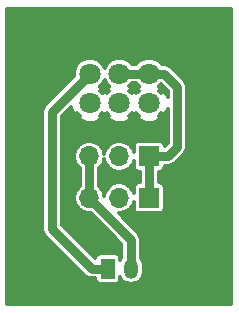
<source format=gtl>
G04 #@! TF.FileFunction,Copper,L1,Top,Signal*
%FSLAX46Y46*%
G04 Gerber Fmt 4.6, Leading zero omitted, Abs format (unit mm)*
G04 Created by KiCad (PCBNEW 4.0.4-1.fc24-product) date Thu Mar  1 10:32:11 2018*
%MOMM*%
%LPD*%
G01*
G04 APERTURE LIST*
%ADD10C,0.100000*%
%ADD11R,1.200000X1.700000*%
%ADD12O,1.200000X1.700000*%
%ADD13R,1.700000X1.700000*%
%ADD14O,1.700000X1.700000*%
%ADD15C,1.800000*%
%ADD16C,0.750000*%
%ADD17C,0.300000*%
G04 APERTURE END LIST*
D10*
D11*
X147000000Y-98500000D03*
D12*
X149000000Y-98500000D03*
D13*
X150540000Y-89000000D03*
D14*
X148000000Y-89000000D03*
X145460000Y-89000000D03*
D13*
X150540000Y-92500000D03*
D14*
X148000000Y-92500000D03*
X145460000Y-92500000D03*
D15*
X150500000Y-82000000D03*
X148000000Y-82000000D03*
X145500000Y-82000000D03*
X150500000Y-84500000D03*
X148000000Y-84500000D03*
X145500000Y-84500000D03*
D16*
X142300000Y-95150000D02*
X142300000Y-85200000D01*
X142300000Y-85200000D02*
X145500000Y-82000000D01*
X147000000Y-98500000D02*
X145650000Y-98500000D01*
X145650000Y-98500000D02*
X142300000Y-95150000D01*
X145460000Y-92500000D02*
X149000000Y-96040000D01*
X149000000Y-96040000D02*
X149000000Y-98500000D01*
X145460000Y-92500000D02*
X145460000Y-89000000D01*
X150500000Y-82000000D02*
X148000000Y-82000000D01*
X150500000Y-82000000D02*
X151772792Y-82000000D01*
X151772792Y-82000000D02*
X152900000Y-83127208D01*
X152900000Y-83127208D02*
X152900000Y-88240000D01*
X152900000Y-88240000D02*
X152140000Y-89000000D01*
X152140000Y-89000000D02*
X150540000Y-89000000D01*
X150540000Y-92500000D02*
X150540000Y-89000000D01*
D17*
G36*
X157475000Y-101475000D02*
X138525000Y-101475000D01*
X138525000Y-85200000D01*
X141475000Y-85200000D01*
X141475000Y-95150000D01*
X141537799Y-95465714D01*
X141716637Y-95733363D01*
X145066637Y-99083363D01*
X145334286Y-99262201D01*
X145650000Y-99325000D01*
X145941184Y-99325000D01*
X145941184Y-99350000D01*
X145972562Y-99516760D01*
X146071117Y-99669919D01*
X146221495Y-99772668D01*
X146400000Y-99808816D01*
X147600000Y-99808816D01*
X147766760Y-99777438D01*
X147919919Y-99678883D01*
X148022668Y-99528505D01*
X148058816Y-99350000D01*
X148058816Y-99220524D01*
X148257538Y-99517931D01*
X148598182Y-99745543D01*
X149000000Y-99825469D01*
X149401818Y-99745543D01*
X149742462Y-99517931D01*
X149970074Y-99177287D01*
X150050000Y-98775469D01*
X150050000Y-98224531D01*
X149970074Y-97822713D01*
X149825000Y-97605595D01*
X149825000Y-96040000D01*
X149762201Y-95724286D01*
X149583363Y-95456637D01*
X147940325Y-93813599D01*
X148000000Y-93825469D01*
X148497488Y-93726512D01*
X148919239Y-93444708D01*
X149201043Y-93022957D01*
X149231184Y-92871429D01*
X149231184Y-93350000D01*
X149262562Y-93516760D01*
X149361117Y-93669919D01*
X149511495Y-93772668D01*
X149690000Y-93808816D01*
X151390000Y-93808816D01*
X151556760Y-93777438D01*
X151709919Y-93678883D01*
X151812668Y-93528505D01*
X151848816Y-93350000D01*
X151848816Y-91650000D01*
X151817438Y-91483240D01*
X151718883Y-91330081D01*
X151568505Y-91227332D01*
X151390000Y-91191184D01*
X151365000Y-91191184D01*
X151365000Y-90308816D01*
X151390000Y-90308816D01*
X151556760Y-90277438D01*
X151709919Y-90178883D01*
X151812668Y-90028505D01*
X151848816Y-89850000D01*
X151848816Y-89825000D01*
X152140000Y-89825000D01*
X152455714Y-89762201D01*
X152723363Y-89583363D01*
X153483363Y-88823363D01*
X153662201Y-88555714D01*
X153725000Y-88240000D01*
X153725000Y-83127208D01*
X153662201Y-82811494D01*
X153483363Y-82543845D01*
X152356155Y-81416637D01*
X152088506Y-81237799D01*
X151772792Y-81175000D01*
X151583964Y-81175000D01*
X151265712Y-80856193D01*
X150769710Y-80650235D01*
X150232647Y-80649766D01*
X149736285Y-80854858D01*
X149415584Y-81175000D01*
X149083964Y-81175000D01*
X148765712Y-80856193D01*
X148269710Y-80650235D01*
X147732647Y-80649766D01*
X147236285Y-80854858D01*
X146856193Y-81234288D01*
X146749993Y-81490045D01*
X146645142Y-81236285D01*
X146265712Y-80856193D01*
X145769710Y-80650235D01*
X145232647Y-80649766D01*
X144736285Y-80854858D01*
X144356193Y-81234288D01*
X144150235Y-81730290D01*
X144149839Y-82183435D01*
X141716637Y-84616637D01*
X141537799Y-84884286D01*
X141475000Y-85200000D01*
X138525000Y-85200000D01*
X138525000Y-76525000D01*
X157475000Y-76525000D01*
X157475000Y-101475000D01*
X157475000Y-101475000D01*
G37*
X157475000Y-101475000D02*
X138525000Y-101475000D01*
X138525000Y-85200000D01*
X141475000Y-85200000D01*
X141475000Y-95150000D01*
X141537799Y-95465714D01*
X141716637Y-95733363D01*
X145066637Y-99083363D01*
X145334286Y-99262201D01*
X145650000Y-99325000D01*
X145941184Y-99325000D01*
X145941184Y-99350000D01*
X145972562Y-99516760D01*
X146071117Y-99669919D01*
X146221495Y-99772668D01*
X146400000Y-99808816D01*
X147600000Y-99808816D01*
X147766760Y-99777438D01*
X147919919Y-99678883D01*
X148022668Y-99528505D01*
X148058816Y-99350000D01*
X148058816Y-99220524D01*
X148257538Y-99517931D01*
X148598182Y-99745543D01*
X149000000Y-99825469D01*
X149401818Y-99745543D01*
X149742462Y-99517931D01*
X149970074Y-99177287D01*
X150050000Y-98775469D01*
X150050000Y-98224531D01*
X149970074Y-97822713D01*
X149825000Y-97605595D01*
X149825000Y-96040000D01*
X149762201Y-95724286D01*
X149583363Y-95456637D01*
X147940325Y-93813599D01*
X148000000Y-93825469D01*
X148497488Y-93726512D01*
X148919239Y-93444708D01*
X149201043Y-93022957D01*
X149231184Y-92871429D01*
X149231184Y-93350000D01*
X149262562Y-93516760D01*
X149361117Y-93669919D01*
X149511495Y-93772668D01*
X149690000Y-93808816D01*
X151390000Y-93808816D01*
X151556760Y-93777438D01*
X151709919Y-93678883D01*
X151812668Y-93528505D01*
X151848816Y-93350000D01*
X151848816Y-91650000D01*
X151817438Y-91483240D01*
X151718883Y-91330081D01*
X151568505Y-91227332D01*
X151390000Y-91191184D01*
X151365000Y-91191184D01*
X151365000Y-90308816D01*
X151390000Y-90308816D01*
X151556760Y-90277438D01*
X151709919Y-90178883D01*
X151812668Y-90028505D01*
X151848816Y-89850000D01*
X151848816Y-89825000D01*
X152140000Y-89825000D01*
X152455714Y-89762201D01*
X152723363Y-89583363D01*
X153483363Y-88823363D01*
X153662201Y-88555714D01*
X153725000Y-88240000D01*
X153725000Y-83127208D01*
X153662201Y-82811494D01*
X153483363Y-82543845D01*
X152356155Y-81416637D01*
X152088506Y-81237799D01*
X151772792Y-81175000D01*
X151583964Y-81175000D01*
X151265712Y-80856193D01*
X150769710Y-80650235D01*
X150232647Y-80649766D01*
X149736285Y-80854858D01*
X149415584Y-81175000D01*
X149083964Y-81175000D01*
X148765712Y-80856193D01*
X148269710Y-80650235D01*
X147732647Y-80649766D01*
X147236285Y-80854858D01*
X146856193Y-81234288D01*
X146749993Y-81490045D01*
X146645142Y-81236285D01*
X146265712Y-80856193D01*
X145769710Y-80650235D01*
X145232647Y-80649766D01*
X144736285Y-80854858D01*
X144356193Y-81234288D01*
X144150235Y-81730290D01*
X144149839Y-82183435D01*
X141716637Y-84616637D01*
X141537799Y-84884286D01*
X141475000Y-85200000D01*
X138525000Y-85200000D01*
X138525000Y-76525000D01*
X157475000Y-76525000D01*
X157475000Y-101475000D01*
G36*
X143868471Y-84910279D02*
X144056224Y-85363554D01*
X144342268Y-85445600D01*
X144439432Y-85348436D01*
X144651379Y-85560753D01*
X144554400Y-85657732D01*
X144636446Y-85943776D01*
X145254689Y-86164343D01*
X145910279Y-86131529D01*
X146363554Y-85943776D01*
X146445600Y-85657732D01*
X146348436Y-85560568D01*
X146553173Y-85356188D01*
X146556224Y-85363554D01*
X146583513Y-85371381D01*
X146657732Y-85445600D01*
X146750000Y-85419135D01*
X146842268Y-85445600D01*
X146916487Y-85371381D01*
X146943776Y-85363554D01*
X146946606Y-85355623D01*
X147151379Y-85560753D01*
X147054400Y-85657732D01*
X147136446Y-85943776D01*
X147754689Y-86164343D01*
X148410279Y-86131529D01*
X148863554Y-85943776D01*
X148945600Y-85657732D01*
X148848436Y-85560568D01*
X149053173Y-85356188D01*
X149056224Y-85363554D01*
X149083513Y-85371381D01*
X149157732Y-85445600D01*
X149250000Y-85419135D01*
X149342268Y-85445600D01*
X149416487Y-85371381D01*
X149443776Y-85363554D01*
X149446606Y-85355623D01*
X149651379Y-85560753D01*
X149554400Y-85657732D01*
X149636446Y-85943776D01*
X150254689Y-86164343D01*
X150910279Y-86131529D01*
X151363554Y-85943776D01*
X151445600Y-85657732D01*
X151348436Y-85560568D01*
X151560753Y-85348621D01*
X151657732Y-85445600D01*
X151943776Y-85363554D01*
X152075000Y-84995737D01*
X152075000Y-87898274D01*
X151844771Y-88128503D01*
X151817438Y-87983240D01*
X151718883Y-87830081D01*
X151568505Y-87727332D01*
X151390000Y-87691184D01*
X149690000Y-87691184D01*
X149523240Y-87722562D01*
X149370081Y-87821117D01*
X149267332Y-87971495D01*
X149231184Y-88150000D01*
X149231184Y-88628571D01*
X149201043Y-88477043D01*
X148919239Y-88055292D01*
X148497488Y-87773488D01*
X148000000Y-87674531D01*
X147502512Y-87773488D01*
X147080761Y-88055292D01*
X146798957Y-88477043D01*
X146730000Y-88823712D01*
X146661043Y-88477043D01*
X146379239Y-88055292D01*
X145957488Y-87773488D01*
X145460000Y-87674531D01*
X144962512Y-87773488D01*
X144540761Y-88055292D01*
X144258957Y-88477043D01*
X144160000Y-88974531D01*
X144160000Y-89025469D01*
X144258957Y-89522957D01*
X144540761Y-89944708D01*
X144635000Y-90007676D01*
X144635000Y-91492324D01*
X144540761Y-91555292D01*
X144258957Y-91977043D01*
X144160000Y-92474531D01*
X144160000Y-92525469D01*
X144258957Y-93022957D01*
X144540761Y-93444708D01*
X144962512Y-93726512D01*
X145460000Y-93825469D01*
X145592406Y-93799132D01*
X148175000Y-96381726D01*
X148175000Y-97605595D01*
X148058816Y-97779476D01*
X148058816Y-97650000D01*
X148027438Y-97483240D01*
X147928883Y-97330081D01*
X147778505Y-97227332D01*
X147600000Y-97191184D01*
X146400000Y-97191184D01*
X146233240Y-97222562D01*
X146080081Y-97321117D01*
X145977332Y-97471495D01*
X145945485Y-97628759D01*
X143125000Y-94808274D01*
X143125000Y-85541726D01*
X143863131Y-84803595D01*
X143868471Y-84910279D01*
X143868471Y-84910279D01*
G37*
X143868471Y-84910279D02*
X144056224Y-85363554D01*
X144342268Y-85445600D01*
X144439432Y-85348436D01*
X144651379Y-85560753D01*
X144554400Y-85657732D01*
X144636446Y-85943776D01*
X145254689Y-86164343D01*
X145910279Y-86131529D01*
X146363554Y-85943776D01*
X146445600Y-85657732D01*
X146348436Y-85560568D01*
X146553173Y-85356188D01*
X146556224Y-85363554D01*
X146583513Y-85371381D01*
X146657732Y-85445600D01*
X146750000Y-85419135D01*
X146842268Y-85445600D01*
X146916487Y-85371381D01*
X146943776Y-85363554D01*
X146946606Y-85355623D01*
X147151379Y-85560753D01*
X147054400Y-85657732D01*
X147136446Y-85943776D01*
X147754689Y-86164343D01*
X148410279Y-86131529D01*
X148863554Y-85943776D01*
X148945600Y-85657732D01*
X148848436Y-85560568D01*
X149053173Y-85356188D01*
X149056224Y-85363554D01*
X149083513Y-85371381D01*
X149157732Y-85445600D01*
X149250000Y-85419135D01*
X149342268Y-85445600D01*
X149416487Y-85371381D01*
X149443776Y-85363554D01*
X149446606Y-85355623D01*
X149651379Y-85560753D01*
X149554400Y-85657732D01*
X149636446Y-85943776D01*
X150254689Y-86164343D01*
X150910279Y-86131529D01*
X151363554Y-85943776D01*
X151445600Y-85657732D01*
X151348436Y-85560568D01*
X151560753Y-85348621D01*
X151657732Y-85445600D01*
X151943776Y-85363554D01*
X152075000Y-84995737D01*
X152075000Y-87898274D01*
X151844771Y-88128503D01*
X151817438Y-87983240D01*
X151718883Y-87830081D01*
X151568505Y-87727332D01*
X151390000Y-87691184D01*
X149690000Y-87691184D01*
X149523240Y-87722562D01*
X149370081Y-87821117D01*
X149267332Y-87971495D01*
X149231184Y-88150000D01*
X149231184Y-88628571D01*
X149201043Y-88477043D01*
X148919239Y-88055292D01*
X148497488Y-87773488D01*
X148000000Y-87674531D01*
X147502512Y-87773488D01*
X147080761Y-88055292D01*
X146798957Y-88477043D01*
X146730000Y-88823712D01*
X146661043Y-88477043D01*
X146379239Y-88055292D01*
X145957488Y-87773488D01*
X145460000Y-87674531D01*
X144962512Y-87773488D01*
X144540761Y-88055292D01*
X144258957Y-88477043D01*
X144160000Y-88974531D01*
X144160000Y-89025469D01*
X144258957Y-89522957D01*
X144540761Y-89944708D01*
X144635000Y-90007676D01*
X144635000Y-91492324D01*
X144540761Y-91555292D01*
X144258957Y-91977043D01*
X144160000Y-92474531D01*
X144160000Y-92525469D01*
X144258957Y-93022957D01*
X144540761Y-93444708D01*
X144962512Y-93726512D01*
X145460000Y-93825469D01*
X145592406Y-93799132D01*
X148175000Y-96381726D01*
X148175000Y-97605595D01*
X148058816Y-97779476D01*
X148058816Y-97650000D01*
X148027438Y-97483240D01*
X147928883Y-97330081D01*
X147778505Y-97227332D01*
X147600000Y-97191184D01*
X146400000Y-97191184D01*
X146233240Y-97222562D01*
X146080081Y-97321117D01*
X145977332Y-97471495D01*
X145945485Y-97628759D01*
X143125000Y-94808274D01*
X143125000Y-85541726D01*
X143863131Y-84803595D01*
X143868471Y-84910279D01*
G36*
X146798957Y-89522957D02*
X147080761Y-89944708D01*
X147502512Y-90226512D01*
X148000000Y-90325469D01*
X148497488Y-90226512D01*
X148919239Y-89944708D01*
X149201043Y-89522957D01*
X149231184Y-89371429D01*
X149231184Y-89850000D01*
X149262562Y-90016760D01*
X149361117Y-90169919D01*
X149511495Y-90272668D01*
X149690000Y-90308816D01*
X149715000Y-90308816D01*
X149715000Y-91191184D01*
X149690000Y-91191184D01*
X149523240Y-91222562D01*
X149370081Y-91321117D01*
X149267332Y-91471495D01*
X149231184Y-91650000D01*
X149231184Y-92128571D01*
X149201043Y-91977043D01*
X148919239Y-91555292D01*
X148497488Y-91273488D01*
X148000000Y-91174531D01*
X147502512Y-91273488D01*
X147080761Y-91555292D01*
X146798957Y-91977043D01*
X146730000Y-92323712D01*
X146661043Y-91977043D01*
X146379239Y-91555292D01*
X146285000Y-91492324D01*
X146285000Y-90007676D01*
X146379239Y-89944708D01*
X146661043Y-89522957D01*
X146730000Y-89176288D01*
X146798957Y-89522957D01*
X146798957Y-89522957D01*
G37*
X146798957Y-89522957D02*
X147080761Y-89944708D01*
X147502512Y-90226512D01*
X148000000Y-90325469D01*
X148497488Y-90226512D01*
X148919239Y-89944708D01*
X149201043Y-89522957D01*
X149231184Y-89371429D01*
X149231184Y-89850000D01*
X149262562Y-90016760D01*
X149361117Y-90169919D01*
X149511495Y-90272668D01*
X149690000Y-90308816D01*
X149715000Y-90308816D01*
X149715000Y-91191184D01*
X149690000Y-91191184D01*
X149523240Y-91222562D01*
X149370081Y-91321117D01*
X149267332Y-91471495D01*
X149231184Y-91650000D01*
X149231184Y-92128571D01*
X149201043Y-91977043D01*
X148919239Y-91555292D01*
X148497488Y-91273488D01*
X148000000Y-91174531D01*
X147502512Y-91273488D01*
X147080761Y-91555292D01*
X146798957Y-91977043D01*
X146730000Y-92323712D01*
X146661043Y-91977043D01*
X146379239Y-91555292D01*
X146285000Y-91492324D01*
X146285000Y-90007676D01*
X146379239Y-89944708D01*
X146661043Y-89522957D01*
X146730000Y-89176288D01*
X146798957Y-89522957D01*
G36*
X152075000Y-83468934D02*
X152075000Y-83953248D01*
X151943776Y-83636446D01*
X151657732Y-83554400D01*
X151560568Y-83651564D01*
X151348621Y-83439247D01*
X151445600Y-83342268D01*
X151363554Y-83056224D01*
X151355623Y-83053394D01*
X151507674Y-82901608D01*
X152075000Y-83468934D01*
X152075000Y-83468934D01*
G37*
X152075000Y-83468934D02*
X152075000Y-83953248D01*
X151943776Y-83636446D01*
X151657732Y-83554400D01*
X151560568Y-83651564D01*
X151348621Y-83439247D01*
X151445600Y-83342268D01*
X151363554Y-83056224D01*
X151355623Y-83053394D01*
X151507674Y-82901608D01*
X152075000Y-83468934D01*
G36*
X149643812Y-83053173D02*
X149636446Y-83056224D01*
X149554400Y-83342268D01*
X149651564Y-83439432D01*
X149446827Y-83643812D01*
X149443776Y-83636446D01*
X149416487Y-83628619D01*
X149342268Y-83554400D01*
X149250000Y-83580865D01*
X149157732Y-83554400D01*
X149083513Y-83628619D01*
X149056224Y-83636446D01*
X149053394Y-83644377D01*
X148848621Y-83439247D01*
X148945600Y-83342268D01*
X148863554Y-83056224D01*
X148855623Y-83053394D01*
X149084416Y-82825000D01*
X149416036Y-82825000D01*
X149643812Y-83053173D01*
X149643812Y-83053173D01*
G37*
X149643812Y-83053173D02*
X149636446Y-83056224D01*
X149554400Y-83342268D01*
X149651564Y-83439432D01*
X149446827Y-83643812D01*
X149443776Y-83636446D01*
X149416487Y-83628619D01*
X149342268Y-83554400D01*
X149250000Y-83580865D01*
X149157732Y-83554400D01*
X149083513Y-83628619D01*
X149056224Y-83636446D01*
X149053394Y-83644377D01*
X148848621Y-83439247D01*
X148945600Y-83342268D01*
X148863554Y-83056224D01*
X148855623Y-83053394D01*
X149084416Y-82825000D01*
X149416036Y-82825000D01*
X149643812Y-83053173D01*
G36*
X146854858Y-82763715D02*
X147143812Y-83053173D01*
X147136446Y-83056224D01*
X147054400Y-83342268D01*
X147151564Y-83439432D01*
X146946827Y-83643812D01*
X146943776Y-83636446D01*
X146916487Y-83628619D01*
X146842268Y-83554400D01*
X146750000Y-83580865D01*
X146657732Y-83554400D01*
X146583513Y-83628619D01*
X146556224Y-83636446D01*
X146553394Y-83644377D01*
X146348621Y-83439247D01*
X146445600Y-83342268D01*
X146363554Y-83056224D01*
X146355623Y-83053394D01*
X146643807Y-82765712D01*
X146750007Y-82509955D01*
X146854858Y-82763715D01*
X146854858Y-82763715D01*
G37*
X146854858Y-82763715D02*
X147143812Y-83053173D01*
X147136446Y-83056224D01*
X147054400Y-83342268D01*
X147151564Y-83439432D01*
X146946827Y-83643812D01*
X146943776Y-83636446D01*
X146916487Y-83628619D01*
X146842268Y-83554400D01*
X146750000Y-83580865D01*
X146657732Y-83554400D01*
X146583513Y-83628619D01*
X146556224Y-83636446D01*
X146553394Y-83644377D01*
X146348621Y-83439247D01*
X146445600Y-83342268D01*
X146363554Y-83056224D01*
X146355623Y-83053394D01*
X146643807Y-82765712D01*
X146750007Y-82509955D01*
X146854858Y-82763715D01*
M02*

</source>
